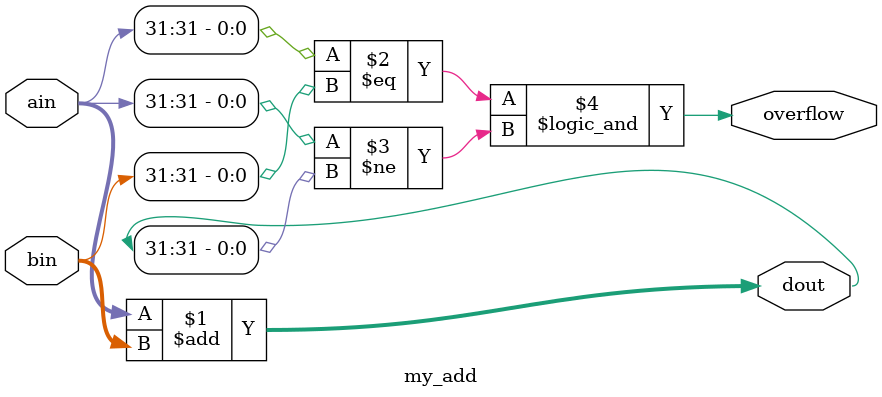
<source format=v>
`timescale 1ns / 1ps


module my_add #(
    parameter BITWIDTH = 32
)
(
    input [BITWIDTH-1:0] ain,
    input [BITWIDTH-1:0] bin,
    output [BITWIDTH-1:0] dout,
    output overflow
);

assign dout = ain + bin;
assign overflow = (ain[BITWIDTH-1] == bin[BITWIDTH-1]) && (ain[BITWIDTH-1] != dout[BITWIDTH-1]);


endmodule

</source>
